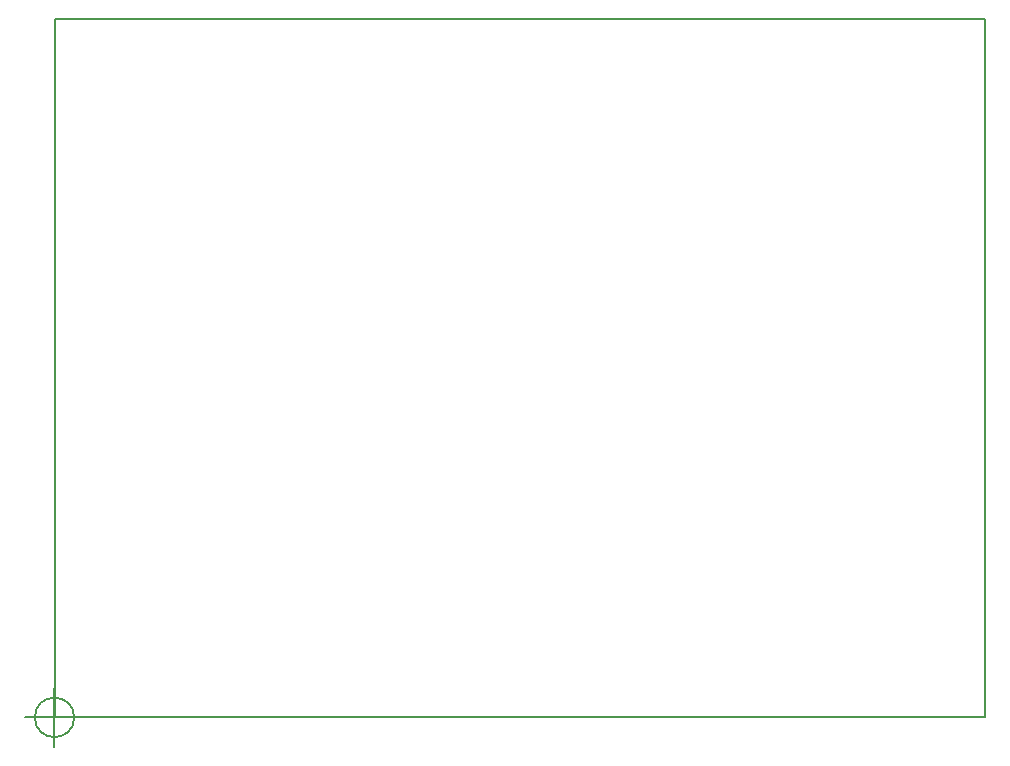
<source format=gbr>
G04 #@! TF.FileFunction,Profile,NP*
%FSLAX46Y46*%
G04 Gerber Fmt 4.6, Leading zero omitted, Abs format (unit mm)*
G04 Created by KiCad (PCBNEW 4.0.6) date 09/09/17 17:19:42*
%MOMM*%
%LPD*%
G01*
G04 APERTURE LIST*
%ADD10C,0.100000*%
%ADD11C,0.150000*%
G04 APERTURE END LIST*
D10*
D11*
X1626512Y-42951D02*
G75*
G03X1626512Y-42951I-1666666J0D01*
G01*
X-2540154Y-42951D02*
X2459846Y-42951D01*
X-40154Y2457049D02*
X-40154Y-2542951D01*
X0Y0D02*
X0Y59055000D01*
X78740000Y0D02*
X0Y0D01*
X78740000Y59055000D02*
X78740000Y0D01*
X0Y59055000D02*
X78740000Y59055000D01*
M02*

</source>
